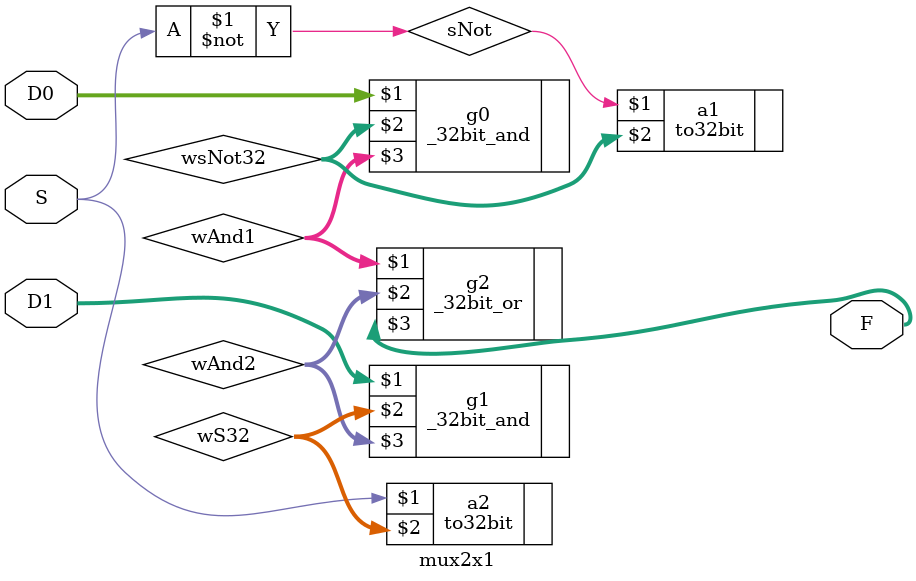
<source format=v>
module mux2x1(D0,D1,S,F);
input [31:0] D0, D1;
input S;
output [31:0]F;

	wire [31:0]wAnd1;
	wire [31:0]wAnd2;
	wire [31:0]wS32;
	wire [31:0]wsNot32;
	wire sNot;
	not a0(sNot, S);
	to32bit a1(sNot,wsNot32);
	to32bit a2(S,wS32);
	
	_32bit_and g0(D0, wsNot32, wAnd1);
	_32bit_and g1(D1, wS32, wAnd2);
	_32bit_or g2(wAnd1, wAnd2, F);
	
endmodule
</source>
